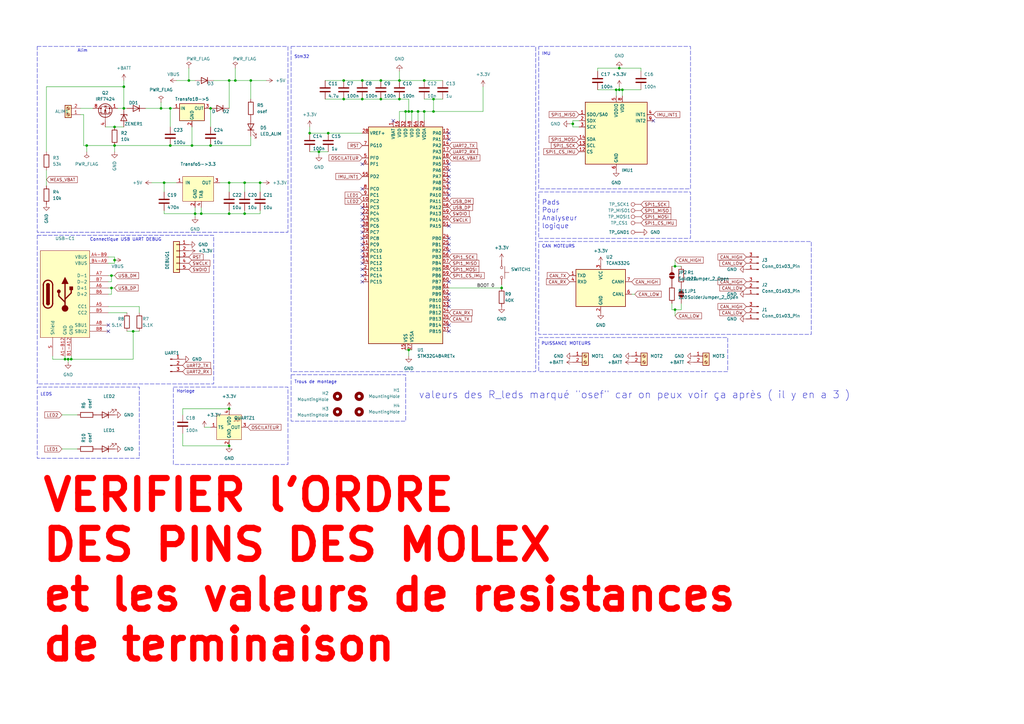
<source format=kicad_sch>
(kicad_sch (version 20231120) (generator "eeschema") (generator_version "8.0")
  (paper "A3")
  (junction (at 254 36.83))
  (junction (at 171.45 45.72))
  (junction (at 46.99 59.69))
  (junction (at 234.95 50.8))
  (junction (at 167.64 143.51))
  (junction (at 46.99 106.68))
  (junction (at 86.36 44.45))
  (junction (at 163.83 40.64))
  (junction (at 29.21 147.32))
  (junction (at 156.21 33.02))
  (junction (at 86.36 59.69))
  (junction (at 166.37 45.72))
  (junction (at 78.74 59.69))
  (junction (at 69.85 44.45))
  (junction (at 254 27.94))
  (junction (at 54.61 135.89))
  (junction (at 177.8 40.64))
  (junction (at 127 54.61))
  (junction (at 45.72 113.03))
  (junction (at 148.59 33.02))
  (junction (at 93.98 87.63))
  (junction (at 173.99 45.72))
  (junction (at 93.98 167.64))
  (junction (at 167.64 45.72))
  (junction (at 100.33 87.63))
  (junction (at 80.01 87.63))
  (junction (at 50.8 44.45))
  (junction (at 276.86 109.22))
  (junction (at 134.62 54.61))
  (junction (at 100.33 74.93))
  (junction (at 26.67 147.32))
  (junction (at 93.98 74.93))
  (junction (at 82.55 87.63))
  (junction (at 205.74 118.11))
  (junction (at 50.8 35.56))
  (junction (at 93.98 182.88))
  (junction (at 69.85 59.69))
  (junction (at 173.99 33.02))
  (junction (at 130.81 62.23))
  (junction (at 93.98 33.02))
  (junction (at 156.21 40.64))
  (junction (at 77.47 33.02))
  (junction (at 276.86 127))
  (junction (at 168.91 45.72))
  (junction (at 96.52 33.02))
  (junction (at 45.72 118.11))
  (junction (at 102.87 33.02))
  (junction (at 163.83 33.02))
  (junction (at 255.27 36.83))
  (junction (at 67.31 74.93))
  (junction (at 148.59 40.64))
  (junction (at 27.94 147.32))
  (junction (at 140.97 40.64))
  (junction (at 66.04 44.45))
  (junction (at 140.97 33.02))
  (junction (at 177.8 45.72))
  (junction (at 35.56 59.69))
  (junction (at 252.73 36.83))
  (junction (at 46.99 52.07))
  (junction (at 106.68 74.93))
  (no_connect (at 184.15 72.39))
  (no_connect (at 161.29 49.53))
  (no_connect (at 44.45 135.89))
  (no_connect (at 148.59 85.09))
  (no_connect (at 148.59 90.17))
  (no_connect (at 184.15 115.57))
  (no_connect (at 148.59 67.31))
  (no_connect (at 184.15 54.61))
  (no_connect (at 148.59 115.57))
  (no_connect (at 184.15 125.73))
  (no_connect (at 148.59 113.03))
  (no_connect (at 44.45 133.35))
  (no_connect (at 184.15 77.47))
  (no_connect (at 184.15 135.89))
  (no_connect (at 148.59 100.33))
  (no_connect (at 184.15 100.33))
  (no_connect (at 148.59 92.71))
  (no_connect (at 148.59 102.87))
  (no_connect (at 184.15 69.85))
  (no_connect (at 184.15 120.65))
  (no_connect (at 148.59 77.47))
  (no_connect (at 184.15 97.79))
  (no_connect (at 184.15 92.71))
  (no_connect (at 148.59 107.95))
  (no_connect (at 148.59 105.41))
  (no_connect (at 184.15 67.31))
  (no_connect (at 148.59 110.49))
  (no_connect (at 148.59 95.25))
  (no_connect (at 148.59 87.63))
  (no_connect (at 184.15 80.01))
  (no_connect (at 267.97 49.53))
  (no_connect (at 184.15 57.15))
  (no_connect (at 184.15 123.19))
  (no_connect (at 184.15 102.87))
  (no_connect (at 148.59 97.79))
  (no_connect (at 184.15 74.93))
  (no_connect (at 184.15 133.35))
  (wire (pts (xy 163.83 33.02) (xy 173.99 33.02)))
  (wire (pts (xy 45.72 113.03) (xy 46.99 113.03)))
  (wire (pts (xy 148.59 33.02) (xy 156.21 33.02)))
  (wire (pts (xy 82.55 87.63) (xy 93.98 87.63)))
  (wire (pts (xy 44.45 120.65) (xy 45.72 120.65)))
  (wire (pts (xy 46.99 52.07) (xy 50.8 52.07)))
  (wire (pts (xy 25.4 184.15) (xy 31.75 184.15)))
  (wire (pts (xy 133.35 40.64) (xy 140.97 40.64)))
  (wire (pts (xy 234.95 49.53) (xy 234.95 50.8)))
  (wire (pts (xy 93.98 33.02) (xy 93.98 44.45)))
  (wire (pts (xy 74.93 182.88) (xy 93.98 182.88)))
  (wire (pts (xy 140.97 33.02) (xy 148.59 33.02)))
  (wire (pts (xy 96.52 27.94) (xy 96.52 33.02)))
  (wire (pts (xy 163.83 45.72) (xy 163.83 49.53)))
  (wire (pts (xy 19.05 35.56) (xy 50.8 35.56)))
  (wire (pts (xy 86.36 44.45) (xy 86.36 52.07)))
  (wire (pts (xy 34.29 59.69) (xy 35.56 59.69)))
  (wire (pts (xy 177.8 40.64) (xy 181.61 40.64)))
  (wire (pts (xy 177.8 40.64) (xy 173.99 40.64)))
  (wire (pts (xy 74.93 177.8) (xy 74.93 182.88)))
  (wire (pts (xy 102.87 33.02) (xy 109.22 33.02)))
  (wire (pts (xy 93.98 86.36) (xy 93.98 87.63)))
  (wire (pts (xy 127 54.61) (xy 134.62 54.61)))
  (wire (pts (xy 57.15 125.73) (xy 44.45 125.73)))
  (wire (pts (xy 77.47 33.02) (xy 80.01 33.02)))
  (wire (pts (xy 163.83 40.64) (xy 167.64 40.64)))
  (wire (pts (xy 46.99 107.95) (xy 44.45 107.95)))
  (wire (pts (xy 163.83 29.21) (xy 163.83 33.02)))
  (wire (pts (xy 102.87 33.02) (xy 102.87 40.64)))
  (wire (pts (xy 276.86 129.54) (xy 276.86 127)))
  (wire (pts (xy 86.36 59.69) (xy 102.87 59.69)))
  (wire (pts (xy 245.11 36.83) (xy 252.73 36.83)))
  (wire (pts (xy 93.98 87.63) (xy 100.33 87.63)))
  (wire (pts (xy 69.85 44.45) (xy 69.85 52.07)))
  (wire (pts (xy 21.59 146.05) (xy 21.59 147.32)))
  (wire (pts (xy 52.07 135.89) (xy 54.61 135.89)))
  (wire (pts (xy 173.99 45.72) (xy 173.99 49.53)))
  (wire (pts (xy 106.68 87.63) (xy 100.33 87.63)))
  (wire (pts (xy 33.02 44.45) (xy 38.1 44.45)))
  (wire (pts (xy 93.98 33.02) (xy 96.52 33.02)))
  (wire (pts (xy 276.86 127) (xy 279.4 127)))
  (wire (pts (xy 167.64 40.64) (xy 167.64 45.72)))
  (wire (pts (xy 234.95 50.8) (xy 233.68 50.8)))
  (wire (pts (xy 25.4 170.18) (xy 31.75 170.18)))
  (wire (pts (xy 171.45 45.72) (xy 171.45 49.53)))
  (wire (pts (xy 46.99 62.23) (xy 46.99 59.69)))
  (wire (pts (xy 254 36.83) (xy 255.27 36.83)))
  (wire (pts (xy 259.08 120.65) (xy 260.35 120.65)))
  (wire (pts (xy 167.64 45.72) (xy 168.91 45.72)))
  (wire (pts (xy 275.59 109.22) (xy 276.86 109.22)))
  (wire (pts (xy 27.94 147.32) (xy 29.21 147.32)))
  (wire (pts (xy 67.31 74.93) (xy 72.39 74.93)))
  (wire (pts (xy 54.61 135.89) (xy 57.15 135.89)))
  (wire (pts (xy 127 52.07) (xy 127 54.61)))
  (wire (pts (xy 57.15 128.27) (xy 57.15 125.73)))
  (wire (pts (xy 245.11 27.94) (xy 254 27.94)))
  (wire (pts (xy 45.72 118.11) (xy 44.45 118.11)))
  (wire (pts (xy 27.94 148.59) (xy 27.94 147.32)))
  (wire (pts (xy 62.23 74.93) (xy 67.31 74.93)))
  (wire (pts (xy 35.56 59.69) (xy 35.56 62.23)))
  (wire (pts (xy 234.95 52.07) (xy 234.95 50.8)))
  (wire (pts (xy 205.74 118.11) (xy 184.15 118.11)))
  (wire (pts (xy 254 35.56) (xy 254 36.83)))
  (wire (pts (xy 54.61 147.32) (xy 29.21 147.32)))
  (wire (pts (xy 34.29 46.99) (xy 33.02 46.99)))
  (wire (pts (xy 45.72 115.57) (xy 45.72 113.03)))
  (wire (pts (xy 77.47 27.94) (xy 77.47 33.02)))
  (wire (pts (xy 106.68 86.36) (xy 106.68 87.63)))
  (wire (pts (xy 50.8 44.45) (xy 52.07 44.45)))
  (wire (pts (xy 46.99 105.41) (xy 46.99 106.68)))
  (wire (pts (xy 252.73 39.37) (xy 252.73 36.83)))
  (wire (pts (xy 66.04 44.45) (xy 69.85 44.45)))
  (wire (pts (xy 46.99 59.69) (xy 69.85 59.69)))
  (wire (pts (xy 29.21 147.32) (xy 29.21 146.05)))
  (wire (pts (xy 82.55 85.09) (xy 82.55 87.63)))
  (wire (pts (xy 19.05 76.2) (xy 19.05 69.85)))
  (wire (pts (xy 78.74 52.07) (xy 78.74 59.69)))
  (wire (pts (xy 100.33 86.36) (xy 100.33 87.63)))
  (wire (pts (xy 167.64 146.05) (xy 167.64 143.51)))
  (wire (pts (xy 252.73 36.83) (xy 254 36.83)))
  (wire (pts (xy 205.74 116.84) (xy 205.74 118.11)))
  (wire (pts (xy 67.31 74.93) (xy 67.31 78.74)))
  (wire (pts (xy 50.8 35.56) (xy 50.8 44.45)))
  (wire (pts (xy 19.05 62.23) (xy 19.05 35.56)))
  (wire (pts (xy 148.59 40.64) (xy 156.21 40.64)))
  (wire (pts (xy 44.45 113.03) (xy 45.72 113.03)))
  (wire (pts (xy 262.89 27.94) (xy 262.89 29.21)))
  (wire (pts (xy 255.27 39.37) (xy 255.27 36.83)))
  (wire (pts (xy 275.59 127) (xy 276.86 127)))
  (wire (pts (xy 245.11 27.94) (xy 245.11 29.21)))
  (wire (pts (xy 80.01 85.09) (xy 80.01 87.63)))
  (wire (pts (xy 26.67 147.32) (xy 27.94 147.32)))
  (wire (pts (xy 43.18 52.07) (xy 46.99 52.07)))
  (wire (pts (xy 177.8 45.72) (xy 198.12 45.72)))
  (wire (pts (xy 106.68 74.93) (xy 106.68 78.74)))
  (wire (pts (xy 45.72 118.11) (xy 46.99 118.11)))
  (wire (pts (xy 74.93 170.18) (xy 74.93 167.64)))
  (wire (pts (xy 130.81 62.23) (xy 134.62 62.23)))
  (wire (pts (xy 102.87 55.88) (xy 102.87 59.69)))
  (wire (pts (xy 168.91 45.72) (xy 168.91 49.53)))
  (wire (pts (xy 83.82 175.26) (xy 86.36 175.26)))
  (wire (pts (xy 80.01 87.63) (xy 80.01 88.9)))
  (wire (pts (xy 163.83 45.72) (xy 166.37 45.72)))
  (wire (pts (xy 26.67 146.05) (xy 26.67 147.32)))
  (wire (pts (xy 177.8 40.64) (xy 177.8 45.72)))
  (wire (pts (xy 173.99 33.02) (xy 181.61 33.02)))
  (wire (pts (xy 50.8 33.02) (xy 50.8 35.56)))
  (wire (pts (xy 234.95 52.07) (xy 237.49 52.07)))
  (wire (pts (xy 276.86 106.68) (xy 276.86 109.22)))
  (wire (pts (xy 44.45 105.41) (xy 46.99 105.41)))
  (wire (pts (xy 279.4 127) (xy 279.4 124.46)))
  (wire (pts (xy 48.26 44.45) (xy 50.8 44.45)))
  (wire (pts (xy 34.29 46.99) (xy 34.29 59.69)))
  (wire (pts (xy 107.95 74.93) (xy 106.68 74.93)))
  (wire (pts (xy 127 62.23) (xy 130.81 62.23)))
  (wire (pts (xy 78.74 59.69) (xy 86.36 59.69)))
  (wire (pts (xy 80.01 87.63) (xy 82.55 87.63)))
  (wire (pts (xy 254 27.94) (xy 262.89 27.94)))
  (wire (pts (xy 90.17 74.93) (xy 93.98 74.93)))
  (wire (pts (xy 35.56 59.69) (xy 46.99 59.69)))
  (wire (pts (xy 234.95 49.53) (xy 237.49 49.53)))
  (wire (pts (xy 276.86 109.22) (xy 279.4 109.22)))
  (wire (pts (xy 156.21 33.02) (xy 163.83 33.02)))
  (wire (pts (xy 100.33 74.93) (xy 106.68 74.93)))
  (wire (pts (xy 93.98 74.93) (xy 100.33 74.93)))
  (wire (pts (xy 21.59 147.32) (xy 26.67 147.32)))
  (wire (pts (xy 166.37 45.72) (xy 166.37 49.53)))
  (wire (pts (xy 54.61 135.89) (xy 54.61 147.32)))
  (wire (pts (xy 262.89 36.83) (xy 255.27 36.83)))
  (wire (pts (xy 74.93 167.64) (xy 93.98 167.64)))
  (wire (pts (xy 177.8 45.72) (xy 173.99 45.72)))
  (wire (pts (xy 140.97 40.64) (xy 148.59 40.64)))
  (wire (pts (xy 87.63 33.02) (xy 93.98 33.02)))
  (wire (pts (xy 130.81 63.5) (xy 130.81 62.23)))
  (wire (pts (xy 59.69 44.45) (xy 66.04 44.45)))
  (wire (pts (xy 67.31 87.63) (xy 80.01 87.63)))
  (wire (pts (xy 171.45 45.72) (xy 173.99 45.72)))
  (wire (pts (xy 44.45 128.27) (xy 52.07 128.27)))
  (wire (pts (xy 96.52 33.02) (xy 102.87 33.02)))
  (wire (pts (xy 66.04 41.91) (xy 66.04 44.45)))
  (wire (pts (xy 72.39 33.02) (xy 77.47 33.02)))
  (wire (pts (xy 167.64 45.72) (xy 166.37 45.72)))
  (wire (pts (xy 46.99 106.68) (xy 46.99 107.95)))
  (wire (pts (xy 44.45 115.57) (xy 45.72 115.57)))
  (wire (pts (xy 45.72 120.65) (xy 45.72 118.11)))
  (wire (pts (xy 69.85 59.69) (xy 78.74 59.69)))
  (wire (pts (xy 71.12 44.45) (xy 69.85 44.45)))
  (wire (pts (xy 148.59 54.61) (xy 134.62 54.61)))
  (wire (pts (xy 167.64 143.51) (xy 166.37 143.51)))
  (wire (pts (xy 67.31 87.63) (xy 67.31 86.36)))
  (wire (pts (xy 156.21 40.64) (xy 163.83 40.64)))
  (wire (pts (xy 168.91 45.72) (xy 171.45 45.72)))
  (wire (pts (xy 100.33 74.93) (xy 100.33 78.74)))
  (wire (pts (xy 167.64 143.51) (xy 168.91 143.51)))
  (wire (pts (xy 133.35 33.02) (xy 140.97 33.02)))
  (wire (pts (xy 198.12 45.72) (xy 198.12 35.56)))
  (wire (pts (xy 93.98 74.93) (xy 93.98 78.74)))
  (wire (pts (xy 275.59 127) (xy 275.59 124.46)))
  (rectangle (start 119.38 19.05) (end 219.71 152.4) (stroke (width 0) (type dash)))
  (rectangle (start 220.98 138.43) (end 298.45 152.4) (stroke (width 0) (type dash)))
  (rectangle (start 220.98 19.05) (end 283.21 77.47) (stroke (width 0) (type dash)))
  (rectangle (start 119.38 153.67) (end 166.37 172.72) (stroke (width 0) (type dash)))
  (rectangle (start 15.24 158.75) (end 57.15 187.96) (stroke (width 0) (type dash)))
  (rectangle (start 220.98 99.06) (end 332.74 137.16) (stroke (width 0) (type dash)))
  (rectangle (start 220.98 78.74) (end 283.21 97.79) (stroke (width 0) (type dash)))
  (rectangle (start 15.24 96.52) (end 87.63 157.48) (stroke (width 0) (type dash)))
  (rectangle (start 71.12 158.75) (end 118.11 190.5) (stroke (width 0) (type dash)))
  (rectangle (start 15.24 19.05) (end 118.11 95.25) (stroke (width 0) (type dash)))
  (text "valeurs des R_leds marqué \"osef\" car on peux voir ça après ( il y en a 3 )" (at 171.704 163.83 0) (effects (font (size 3 3)) (justify left bottom)))
  (text "IMU" (at 222.25 22.86 0) (effects (font (size 1.27 1.27)) (justify left bottom)))
  (text "LEDS" (at 16.51 162.56 0) (effects (font (size 1.27 1.27)) (justify left bottom)))
  (text "Trous de montage" (at 120.65 157.48 0) (effects (font (size 1.27 1.27)) (justify left bottom)))
  (text "CAN MOTEURS" (at 222.25 101.854 0) (effects (font (size 1.27 1.27)) (justify left bottom)))
  (text "Horloge" (at 72.39 161.29 0) (effects (font (size 1.27 1.27)) (justify left bottom)))
  (text "VERIFIER l'ORDRE \nDES PINS DES MOLEX\net les valeurs de resistances \nde terminaison" (at 16.51 272.034 0) (effects (font (size 12.7 12.7) (thickness 2.54) (bold yes)) (justify left bottom)))
  (text "Pads \nPour \nAnalyseur \nlogique" (at 222.25 93.98 0) (effects (font (size 2 2)) (justify left bottom)))
  (text "PUISSANCE MOTEURS" (at 221.996 141.732 0) (effects (font (size 1.27 1.27)) (justify left bottom)))
  (text "Stm32" (at 120.65 24.13 0) (effects (font (size 1.27 1.27)) (justify left bottom)))
  (text "Alim" (at 31.75 21.59 0) (effects (font (size 1.27 1.27)) (justify left bottom)))
  (text "Connectique USB UART DEBUG" (at 36.83 99.06 0) (effects (font (size 1.27 1.27)) (justify left bottom)))
  (label "BOOT 0" (at 195.58 118.11 0))
  (global_label "CAN_HIGH" (shape input) (at 306.07 105.41 180) (property "Intersheetrefs" "${INTERSHEET_REFS}" (effects (hide yes))))
  (global_label "CAN_LOW" (shape input) (at 306.07 118.11 180) (property "Intersheetrefs" "${INTERSHEET_REFS}" (effects (hide yes))))
  (global_label "OSCILATEUR" (shape input) (at 148.59 64.77 180) (property "Intersheetrefs" "${INTERSHEET_REFS}" (effects (hide yes))))
  (global_label "CAN_HIGH" (shape input) (at 276.86 106.68 0) (property "Intersheetrefs" "${INTERSHEET_REFS}" (effects (hide yes))))
  (global_label "SPI1_CS_IMU" (shape input) (at 184.15 113.03 0) (property "Intersheetrefs" "${INTERSHEET_REFS}" (effects (hide yes))))
  (global_label "SWDIO" (shape input) (at 77.47 110.49 0) (property "Intersheetrefs" "${INTERSHEET_REFS}" (effects (hide yes))))
  (global_label "USB_DP" (shape input) (at 46.99 118.11 0) (property "Intersheetrefs" "${INTERSHEET_REFS}" (effects (hide yes))))
  (global_label "USB_DM" (shape input) (at 46.99 113.03 0) (property "Intersheetrefs" "${INTERSHEET_REFS}" (effects (hide yes))))
  (global_label "OSCILATEUR" (shape input) (at 101.6 175.26 0) (property "Intersheetrefs" "${INTERSHEET_REFS}" (effects (hide yes))))
  (global_label "CAN_HIGH" (shape input) (at 306.07 125.73 180) (property "Intersheetrefs" "${INTERSHEET_REFS}" (effects (hide yes))))
  (global_label "SPI1_MISO" (shape input) (at 237.49 46.99 180) (property "Intersheetrefs" "${INTERSHEET_REFS}" (effects (hide yes))))
  (global_label "MEAS_VBAT" (shape input) (at 184.15 64.77 0) (property "Intersheetrefs" "${INTERSHEET_REFS}" (effects (hide yes))))
  (global_label "LED2" (shape input) (at 25.4 170.18 180) (property "Intersheetrefs" "${INTERSHEET_REFS}" (effects (hide yes))))
  (global_label "UART2_RX" (shape input) (at 74.93 152.4 0) (property "Intersheetrefs" "${INTERSHEET_REFS}" (effects (hide yes))))
  (global_label "CAN_LOW" (shape input) (at 276.86 129.54 0) (property "Intersheetrefs" "${INTERSHEET_REFS}" (effects (hide yes))))
  (global_label "SPI1_SCK" (shape input) (at 262.89 83.82 0) (property "Intersheetrefs" "${INTERSHEET_REFS}" (effects (hide yes))))
  (global_label "IMU_INT1" (shape input) (at 267.97 46.99 0) (property "Intersheetrefs" "${INTERSHEET_REFS}" (effects (hide yes))))
  (global_label "CAN_HIGH" (shape input) (at 306.07 115.57 180) (property "Intersheetrefs" "${INTERSHEET_REFS}" (effects (hide yes))))
  (global_label "CAN_LOW" (shape input) (at 306.07 128.27 180) (property "Intersheetrefs" "${INTERSHEET_REFS}" (effects (hide yes))))
  (global_label "UART2_RX" (shape input) (at 184.15 62.23 0) (property "Intersheetrefs" "${INTERSHEET_REFS}" (effects (hide yes))))
  (global_label "SPI1_SCK" (shape input) (at 184.15 105.41 0) (property "Intersheetrefs" "${INTERSHEET_REFS}" (effects (hide yes))))
  (global_label "LED1" (shape input) (at 148.59 80.01 180) (property "Intersheetrefs" "${INTERSHEET_REFS}" (effects (hide yes))))
  (global_label "SPI1_SCK" (shape input) (at 237.49 59.69 180) (property "Intersheetrefs" "${INTERSHEET_REFS}" (effects (hide yes))))
  (global_label "SWDIO" (shape input) (at 184.15 87.63 0) (property "Intersheetrefs" "${INTERSHEET_REFS}" (effects (hide yes))))
  (global_label "USB_DP" (shape input) (at 184.15 85.09 0) (property "Intersheetrefs" "${INTERSHEET_REFS}" (effects (hide yes))))
  (global_label "USB_DM" (shape input) (at 184.15 82.55 0) (property "Intersheetrefs" "${INTERSHEET_REFS}" (effects (hide yes))))
  (global_label "SPI1_MOSI" (shape input) (at 262.89 88.9 0) (property "Intersheetrefs" "${INTERSHEET_REFS}" (effects (hide yes))))
  (global_label "CAN_HIGH" (shape input) (at 259.08 115.57 0) (property "Intersheetrefs" "${INTERSHEET_REFS}" (effects (hide yes))))
  (global_label "UART2_TX" (shape input) (at 74.93 149.86 0) (property "Intersheetrefs" "${INTERSHEET_REFS}" (effects (hide yes))))
  (global_label "CAN_TX" (shape input) (at 184.15 130.81 0) (property "Intersheetrefs" "${INTERSHEET_REFS}" (effects (hide yes))))
  (global_label "UART2_TX" (shape input) (at 184.15 59.69 0) (property "Intersheetrefs" "${INTERSHEET_REFS}" (effects (hide yes))))
  (global_label "SPI1_MOSI" (shape input) (at 237.49 57.15 180) (property "Intersheetrefs" "${INTERSHEET_REFS}" (effects (hide yes))))
  (global_label "SWCLK" (shape input) (at 77.47 107.95 0) (property "Intersheetrefs" "${INTERSHEET_REFS}" (effects (hide yes))))
  (global_label "CAN_LOW" (shape input) (at 260.35 120.65 0) (property "Intersheetrefs" "${INTERSHEET_REFS}" (effects (hide yes))))
  (global_label "SPI1_MOSI" (shape input) (at 184.15 110.49 0) (property "Intersheetrefs" "${INTERSHEET_REFS}" (effects (hide yes))))
  (global_label "CAN_LOW" (shape input) (at 306.07 107.95 180) (property "Intersheetrefs" "${INTERSHEET_REFS}" (effects (hide yes))))
  (global_label "SPI1_CS_IMU" (shape input) (at 237.49 62.23 180) (property "Intersheetrefs" "${INTERSHEET_REFS}" (effects (hide yes))))
  (global_label "RST" (shape input) (at 77.47 105.41 0) (property "Intersheetrefs" "${INTERSHEET_REFS}" (effects (hide yes))))
  (global_label "MEAS_VBAT" (shape input) (at 19.05 73.66 0) (property "Intersheetrefs" "${INTERSHEET_REFS}" (effects (hide yes))))
  (global_label "SPI1_CS_IMU" (shape input) (at 262.89 91.44 0) (property "Intersheetrefs" "${INTERSHEET_REFS}" (effects (hide yes))))
  (global_label "CAN_TX" (shape input) (at 233.68 113.03 180) (property "Intersheetrefs" "${INTERSHEET_REFS}" (effects (hide yes))))
  (global_label "CAN_RX" (shape input) (at 184.15 128.27 0) (property "Intersheetrefs" "${INTERSHEET_REFS}" (effects (hide yes))))
  (global_label "CAN_RX" (shape input) (at 233.68 115.57 180) (property "Intersheetrefs" "${INTERSHEET_REFS}" (effects (hide yes))))
  (global_label "LED2" (shape input) (at 148.59 82.55 180) (property "Intersheetrefs" "${INTERSHEET_REFS}" (effects (hide yes))))
  (global_label "SPI1_MISO" (shape input) (at 184.15 107.95 0) (property "Intersheetrefs" "${INTERSHEET_REFS}" (effects (hide yes))))
  (global_label "SPI1_MISO" (shape input) (at 262.89 86.36 0) (property "Intersheetrefs" "${INTERSHEET_REFS}" (effects (hide yes))))
  (global_label "LED1" (shape input) (at 25.4 184.15 180) (property "Intersheetrefs" "${INTERSHEET_REFS}" (effects (hide yes))))
  (global_label "RST" (shape input) (at 148.59 59.69 180) (property "Intersheetrefs" "${INTERSHEET_REFS}" (effects (hide yes))))
  (global_label "IMU_INT1" (shape input) (at 148.59 72.39 180) (property "Intersheetrefs" "${INTERSHEET_REFS}" (effects (hide yes))))
  (global_label "SWCLK" (shape input) (at 184.15 90.17 0) (property "Intersheetrefs" "${INTERSHEET_REFS}" (effects (hide yes))))
  (symbol (lib_id "power:GND") (at 205.74 125.73 0) (unit 1)
    (property "Reference" "#PWR027" (effects (hide yes)))
    (property "Value" "GND" (at 205.74 130.81 0))
  )
  (symbol (lib_id "power:+3.3V") (at 198.12 35.56 0) (unit 1)
    (property "Reference" "#PWR048" (effects (hide yes)))
    (property "Value" "+3.3V" (at 198.12 30.48 0))
  )
  (symbol (lib_id "power:+3.3V") (at 83.82 175.26 0) (unit 1)
    (property "Reference" "#PWR045" (effects (hide yes)))
    (property "Value" "+3.3V" (at 87.63 170.18 0))
  )
  (symbol (lib_id "Device:R") (at 275.59 120.65 180) (unit 1)
    (property "Reference" "R11" (at 278.13 119.3799 0) (effects (justify right)))
    (property "Value" "120" (at 278.13 121.9199 0) (effects (justify right)))
    (property "Footprint" "Resistor_SMD:R_0805_2012Metric" (effects (hide yes)))
  )
  (symbol (lib_id "MCU_ST_STM32G4:STM32G484RETx") (at 166.37 97.79 0) (unit 1)
    (property "Reference" "U1" (at 171.1041 143.51 0) (effects (justify left)))
    (property "Value" "STM32G484RETx" (at 171.1041 146.05 0) (effects (justify left)))
    (property "Footprint" "Package_QFP:LQFP-64_10x10mm_P0.5mm" (effects (hide yes)))
    (property "Datasheet" "https://www.st.com/resource/en/datasheet/stm32g484re.pdf" (effects (hide yes)))
  )
  (symbol (lib_id "Device:C") (at 156.21 36.83 0) (unit 1)
    (property "Reference" "C9" (at 157.48 34.29 0) (effects (justify left)))
    (property "Value" "100n" (at 157.48 39.37 0) (effects (justify left)))
    (property "Footprint" "Capacitor_SMD:C_0603_1608Metric" (effects (hide yes)))
  )
  (symbol (lib_id "power:+5V") (at 109.22 33.02 270) (unit 1)
    (property "Reference" "#PWR019" (effects (hide yes)))
    (property "Value" "+5V" (at 113.03 33.02 90) (effects (justify left)))
  )
  (symbol (lib_id "Connector:Conn_01x03_Pin") (at 311.15 107.95 180) (unit 1)
    (property "Reference" "J3" (at 312.42 106.6799 0) (effects (justify right)))
    (property "Value" "Conn_01x03_Pin" (at 312.42 109.2199 0) (effects (justify right)))
    (property "Footprint" "Connector_Molex:Molex_PicoBlade_53398-0371_1x03-1MP_P1.25mm_Vertical" (effects (hide yes)))
    (property "Description" "Generic connector, single row, 01x03, script generated" (effects (hide yes)))
  )
  (symbol (lib_id "Jumper:SolderJumper_2_Open") (at 275.59 113.03 90) (unit 1) (exclude_from_sim yes) (in_bom no)
    (property "Reference" "JP2" (at 278.13 111.7599 90) (effects (justify right)))
    (property "Value" "SolderJumper_2_Open" (at 278.13 114.2999 90) (effects (justify right)))
    (property "Footprint" "Jumper:SolderJumper-2_P1.3mm_Open_RoundedPad1.0x1.5mm" (effects (hide yes)))
    (property "Description" "Solder Jumper, 2-pole, open" (effects (hide yes)))
  )
  (symbol (lib_id "Device:C") (at 163.83 36.83 0) (unit 1)
    (property "Reference" "C10" (at 165.1 34.29 0) (effects (justify left)))
    (property "Value" "100n" (at 165.1 39.37 0) (effects (justify left)))
    (property "Footprint" "Capacitor_SMD:C_0603_1608Metric" (effects (hide yes)))
  )
  (symbol (lib_id "power:GND") (at 130.81 63.5 0) (unit 1)
    (property "Reference" "#PWR035" (effects (hide yes)))
    (property "Value" "GND" (at 130.81 68.58 0))
  )
  (symbol (lib_id "power:PWR_FLAG") (at 77.47 27.94 0) (unit 1)
    (property "Reference" "#FLG03" (effects (hide yes)))
    (property "Value" "PWR_FLAG" (at 81.28 24.13 0))
  )
  (symbol (lib_id "Device:D") (at 83.82 33.02 180) (unit 1)
    (property "Reference" "D3" (at 86.36 34.29 0))
    (property "Value" "D" (at 81.28 34.29 0))
    (property "Footprint" "Diode_SMD:Nexperia_CFP3_SOD-123W" (effects (hide yes)))
    (property "Sim.Device" "D" (effects (hide yes)))
    (property "Sim.Pins" "1=K 2=A" (effects (hide yes)))
  )
  (symbol (lib_id "Device:C") (at 173.99 36.83 0) (unit 1)
    (property "Reference" "C12" (at 175.26 34.29 0) (effects (justify left)))
    (property "Value" "10n" (at 175.26 39.37 0) (effects (justify left)))
    (property "Footprint" "Capacitor_SMD:C_0603_1608Metric" (effects (hide yes)))
  )
  (symbol (lib_id "power:+3.3V") (at 127 52.07 0) (unit 1)
    (property "Reference" "#PWR032" (effects (hide yes)))
    (property "Value" "+3.3V" (at 127 46.99 0))
  )
  (symbol (lib_id "power:+5V") (at 62.23 74.93 90) (unit 1)
    (property "Reference" "#PWR049" (effects (hide yes)))
    (property "Value" "+5V" (at 58.42 74.93 90) (effects (justify left)))
  )
  (symbol (lib_id "power:PWR_FLAG") (at 66.04 41.91 0) (unit 1)
    (property "Reference" "#FLG01" (effects (hide yes)))
    (property "Value" "PWR_FLAG" (at 66.04 36.83 0))
  )
  (symbol (lib_id "power:+3.3V") (at 254 35.56 0) (unit 1)
    (property "Reference" "#PWR042" (effects (hide yes)))
    (property "Value" "+3.3V" (at 254 30.48 0))
  )
  (symbol (lib_id "power:+BATT") (at 234.95 148.59 90) (unit 1)
    (property "Reference" "#PWR07" (effects (hide yes)))
    (property "Value" "+BATT" (at 231.14 148.5899 90) (effects (justify left)))
  )
  (symbol (lib_id "Connector:TestPoint") (at 262.89 95.25 90) (unit 1)
    (property "Reference" "TP_GND1" (at 254 95.25 90))
    (property "Value" "TestPoint" (effects (hide yes)))
    (property "Footprint" "TestPoint:TestPoint_Pad_D1.5mm" (effects (hide yes)))
  )
  (symbol (lib_id "Interface_CAN_LIN:TCAN332G") (at 246.38 118.11 0) (unit 1)
    (property "Reference" "U2" (at 248.5741 105.41 0) (effects (justify left)))
    (property "Value" "TCAN332G" (at 248.5741 107.95 0) (effects (justify left)))
    (property "Footprint" "Package_TO_SOT_SMD:SOT-23-8" (effects (hide yes)))
    (property "Datasheet" "http://www.ti.com/lit/ds/symlink/tcan337.pdf" (effects (hide yes)))
    (property "Description" "High-Speed CAN Transceiver with CAN FD, 5Mbps, 3.3V supply, SOT-23-8/SOIC-8" (effects (hide yes)))
  )
  (symbol (lib_id "Device:LED") (at 102.87 52.07 90) (unit 1)
    (property "Reference" "D5" (at 106.68 52.3875 90) (effects (justify right)))
    (property "Value" "LED_ALIM" (at 106.68 54.9275 90) (effects (justify right)))
    (property "Footprint" "LED_SMD:LED_0603_1608Metric" (effects (hide yes)))
  )
  (symbol (lib_id "Device:R") (at 35.56 170.18 90) (unit 1)
    (property "Reference" "R6" (at 34.29 167.64 0) (effects (justify left)))
    (property "Value" "osef" (at 36.83 167.64 0) (effects (justify left)))
    (property "Footprint" "Resistor_SMD:R_0805_2012Metric" (effects (hide yes)))
  )
  (symbol (lib_id "Connector:TestPoint") (at 262.89 91.44 90) (unit 1)
    (property "Reference" "TP_CS1" (at 254 91.44 90))
    (property "Value" "TestPoint" (effects (hide yes)))
    (property "Footprint" "TestPoint:TestPoint_Pad_D1.5mm" (effects (hide yes)))
  )
  (symbol (lib_id "Device:C") (at 140.97 36.83 0) (unit 1)
    (property "Reference" "C7" (at 142.24 34.29 0) (effects (justify left)))
    (property "Value" "100n" (at 142.24 39.37 0) (effects (justify left)))
    (property "Footprint" "Capacitor_SMD:C_0603_1608Metric" (effects (hide yes)))
  )
  (symbol (lib_id "Connector:Conn_01x03_Pin") (at 69.85 149.86 0) (unit 1)
    (property "Reference" "UART1" (at 70.485 144.78 0))
    (property "Value" "Conn_01x03_Pin" (effects (hide yes)))
    (property "Footprint" "Connector_Molex:Molex_PicoBlade_53398-0371_1x03-1MP_P1.25mm_Vertical" (effects (hide yes)))
  )
  (symbol (lib_id "Device:C") (at 133.35 36.83 0) (unit 1)
    (property "Reference" "C11" (at 134.62 34.29 0) (effects (justify left)))
    (property "Value" "4.7u" (at 134.62 39.37 0) (effects (justify left)))
    (property "Footprint" "Capacitor_SMD:C_0603_1608Metric" (effects (hide yes)))
  )
  (symbol (lib_id "Connector:TestPoint") (at 262.89 86.36 90) (unit 1)
    (property "Reference" "TP_MISO1" (at 254 86.36 90))
    (property "Value" "TestPoint" (effects (hide yes)))
    (property "Footprint" "TestPoint:TestPoint_Pad_D1.5mm" (effects (hide yes)))
  )
  (symbol (lib_id "power:GND") (at 252.73 69.85 0) (unit 1)
    (property "Reference" "#PWR039" (effects (hide yes)))
    (property "Value" "GND" (at 252.73 74.93 0))
  )
  (symbol (lib_id "Connector:Screw_Terminal_01x02") (at 240.03 146.05 0) (unit 1)
    (property "Reference" "MOT1" (at 242.57 146.05 0) (effects (justify left)))
    (property "Value" "MOT3" (effects (hide yes)))
    (property "Footprint" "Connector_AMASS:AMASS_XT30UPB-F_1x02_P5.0mm_Vertical" (effects (hide yes)))
  )
  (symbol (lib_id "Device:C") (at 69.85 55.88 0) (unit 1)
    (property "Reference" "C23" (at 71.12 53.34 0) (effects (justify left)))
    (property "Value" "100u" (at 71.12 58.42 0) (effects (justify left)))
    (property "Footprint" "Capacitor_Tantalum_SMD:CP_EIA-7343-31_Kemet-D_Pad2.25x2.55mm_HandSolder" (effects (hide yes)))
    (property "Datasheet" "https://docs.rs-online.com/5541/0900766b815b82a1.pdf" (effects (hide yes)))
    (property "RS" "https://fr.rs-online.com/web/p/condensateurs-tantale/1359884?searchId=5f999e37-8b6c-46c8-85bd-4dcc7cb65396&gb=s" (effects (hide yes)))
    (property "Ref RS" "    766-1104" (effects (hide yes)))
  )
  (symbol (lib_id "power:GND") (at 163.83 29.21 180) (unit 1)
    (property "Reference" "#PWR033" (effects (hide yes)))
    (property "Value" "GND" (at 163.83 24.13 0))
  )
  (symbol (lib_id "Switch:SW_Push") (at 205.74 111.76 270) (unit 1)
    (property "Reference" "SWITCH1" (at 209.55 110.49 90) (effects (justify left)))
    (property "Value" "SW_Push" (effects (hide yes)))
    (property "Footprint" "ENAC_robotique:SWITCH_DTSM31NV" (effects (hide yes)))
    (property "RS" "https://fr.rs-online.com/web/p/interrupteurs-tactiles/3786325" (effects (hide yes)))
    (property "Ref RS" "    378-6325" (effects (hide yes)))
  )
  (symbol (lib_id "power:GND") (at 77.47 100.33 90) (mirror x) (unit 1)
    (property "Reference" "#PWR030" (effects (hide yes)))
    (property "Value" "GND" (at 81.28 100.33 90) (effects (justify right)))
  )
  (symbol (lib_id "power:GND") (at 27.94 148.59 0) (unit 1)
    (property "Reference" "#PWR025" (effects (hide yes)))
    (property "Value" "GND" (at 27.94 153.67 0))
  )
  (symbol (lib_id "power:GND") (at 74.93 147.32 90) (unit 1)
    (property "Reference" "#PWR026" (effects (hide yes)))
    (property "Value" "GND" (at 78.74 147.32 90) (effects (justify right)))
  )
  (symbol (lib_id "Device:D_Zener") (at 50.8 48.26 270) (unit 1)
    (property "Reference" "ZENER1" (at 51.054 50.8 90) (effects (justify left)))
    (property "Value" "D_Zener" (effects (hide yes)))
    (property "Footprint" "Diode_SMD:D_SOD-523" (effects (hide yes)))
  )
  (symbol (lib_id "power:+3.3V") (at 93.98 167.64 0) (unit 1)
    (property "Reference" "#PWR044" (effects (hide yes)))
    (property "Value" "+3.3V" (at 93.98 162.56 0))
  )
  (symbol (lib_id "Device:R") (at 35.56 184.15 90) (unit 1)
    (property "Reference" "R10" (at 34.29 181.61 0) (effects (justify left)))
    (property "Value" "osef" (at 36.83 181.61 0) (effects (justify left)))
    (property "Footprint" "Resistor_SMD:R_0805_2012Metric" (effects (hide yes)))
  )
  (symbol (lib_id "power:GND") (at 262.89 95.25 90) (unit 1)
    (property "Reference" "#PWR052" (effects (hide yes)))
    (property "Value" "GND" (at 266.7 95.25 90) (effects (justify right)))
  )
  (symbol (lib_id "Connector:Screw_Terminal_01x02") (at 27.94 46.99 180) (unit 1)
    (property "Reference" "ALIM1" (at 25.4 45.72 0))
    (property "Value" "ALIM" (effects (hide yes)))
    (property "Footprint" "TerminalBlock:TerminalBlock_bornier-2_P5.08mm" (effects (hide yes)))
  )
  (symbol (lib_id "Device:C") (at 134.62 58.42 0) (unit 1)
    (property "Reference" "C15" (at 135.89 55.88 0) (effects (justify left)))
    (property "Value" "1u" (at 135.89 60.96 0) (effects (justify left)))
    (property "Footprint" "Capacitor_SMD:C_0603_1608Metric" (effects (hide yes)))
  )
  (symbol (lib_id "Connector:Conn_01x03_Pin") (at 311.15 128.27 180) (unit 1)
    (property "Reference" "J1" (at 312.42 126.9999 0) (effects (justify right)))
    (property "Value" "Conn_01x03_Pin" (at 312.42 129.5399 0) (effects (justify right)))
    (property "Footprint" "Connector_Molex:Molex_PicoBlade_53398-0371_1x03-1MP_P1.25mm_Vertical" (effects (hide yes)))
    (property "Description" "Generic connector, single row, 01x03, script generated" (effects (hide yes)))
  )
  (symbol (lib_id "power:+BATT") (at 259.08 148.59 90) (unit 1)
    (property "Reference" "#PWR08" (effects (hide yes)))
    (property "Value" "+BATT" (at 255.27 148.5899 90) (effects (justify left)))
  )
  (symbol (lib_id "Device:R") (at 19.05 66.04 0) (unit 1)
    (property "Reference" "R3" (at 21.59 64.77 0) (effects (justify left)))
    (property "Value" "53k" (at 21.59 67.31 0) (effects (justify left)))
    (property "Footprint" "Resistor_SMD:R_0805_2012Metric" (effects (hide yes)))
  )
  (symbol (lib_id "Device:C") (at 86.36 55.88 0) (unit 1)
    (property "Reference" "C24" (at 87.63 53.34 0) (effects (justify left)))
    (property "Value" "10u" (at 87.63 58.42 0) (effects (justify left)))
    (property "Footprint" "Capacitor_SMD:C_0603_1608Metric" (effects (hide yes)))
    (property "Datasheet" "https://docs.rs-online.com/601e/0900766b81110dfe.pdf" (effects (hide yes)))
    (property "RS" "https://fr.rs-online.com/web/p/condensateurs-ceramique-multicouches/7661104" (effects (hide yes)))
    (property "Ref RS" "    766-1104" (effects (hide yes)))
  )
  (symbol (lib_id "ENAC_robotique:LM3940IMP-3.3") (at 80.01 74.93 0) (unit 1)
    (property "Reference" "Transfo5->3.3" (at 81.28 67.31 0))
    (property "Value" "LM3940IMP-3.3" (effects (hide yes)))
    (property "Footprint" "ENAC_robotique:LM3940IMP" (effects (hide yes)))
  )
  (symbol (lib_id "Connector:TestPoint") (at 262.89 88.9 90) (unit 1)
    (property "Reference" "TP_MOSI1" (at 254 88.9 90))
    (property "Value" "TestPoint" (effects (hide yes)))
    (property "Footprint" "TestPoint:TestPoint_Pad_D1.5mm" (effects (hide yes)))
  )
  (symbol (lib_id "power:GND") (at 306.07 110.49 270) (unit 1)
    (property "Reference" "#PWR05" (effects (hide yes)))
    (property "Value" "GND" (at 302.26 110.4899 90) (effects (justify right)))
  )
  (symbol (lib_id "power:+3.3V") (at 77.47 102.87 270) (mirror x) (unit 1)
    (property "Reference" "#PWR031" (effects (hide yes)))
    (property "Value" "+3.3V" (at 81.28 102.87 90) (effects (justify left)))
  )
  (symbol (lib_id "power:GND") (at 46.99 184.15 90) (unit 1)
    (property "Reference" "#PWR047" (effects (hide yes)))
    (property "Value" "GND" (at 50.8 184.15 90) (effects (justify right)))
  )
  (symbol (lib_id "power:GND") (at 46.99 170.18 90) (unit 1)
    (property "Reference" "#PWR046" (effects (hide yes)))
    (property "Value" "GND" (at 50.8 170.18 90) (effects (justify right)))
  )
  (symbol (lib_id "Device:R") (at 279.4 113.03 180) (unit 1)
    (property "Reference" "R1" (at 281.94 111.7599 0) (effects (justify right)))
    (property "Value" "120" (at 281.94 114.2999 0) (effects (justify right)))
    (property "Footprint" "Resistor_SMD:R_0805_2012Metric" (effects (hide yes)))
  )
  (symbol (lib_id "power:GND") (at 93.98 182.88 0) (unit 1)
    (property "Reference" "#PWR020" (effects (hide yes)))
    (property "Value" "GND" (at 93.98 187.96 0))
  )
  (symbol (lib_id "Device:R") (at 19.05 80.01 0) (unit 1)
    (property "Reference" "R4" (at 21.59 78.74 0) (effects (justify left)))
    (property "Value" "10k" (at 21.59 81.28 0) (effects (justify left)))
    (property "Footprint" "Resistor_SMD:R_0805_2012Metric" (effects (hide yes)))
  )
  (symbol (lib_id "Connector:TestPoint") (at 262.89 83.82 90) (unit 1)
    (property "Reference" "TP_SCK1" (at 254 83.82 90))
    (property "Value" "TestPoint" (effects (hide yes)))
    (property "Footprint" "TestPoint:TestPoint_Pad_D1.5mm" (effects (hide yes)))
  )
  (symbol (lib_id "power:GND") (at 46.99 62.23 0) (unit 1)
    (property "Reference" "#PWR028" (effects (hide yes)))
    (property "Value" "GND" (at 46.99 66.04 90) (effects (justify right)))
  )
  (symbol (lib_id "Transistor_FET:IRF7404") (at 43.18 46.99 90) (unit 1)
    (property "Reference" "Q2" (at 43.18 38.1 90))
    (property "Value" "IRF7424" (at 43.18 40.64 90))
    (property "Footprint" "Package_SO:SOIC-8_3.9x4.9mm_P1.27mm" (effects (hide yes)))
    (property "Datasheet" "http://www.infineon.com/dgdl/irf7404.pdf?fileId=5546d462533600a4015355fa2b5b1b9e" (effects (hide yes)))
  )
  (symbol (lib_id "Device:C") (at 262.89 33.02 0) (unit 1)
    (property "Reference" "C16" (at 264.16 30.48 0) (effects (justify left)))
    (property "Value" "100n" (at 264.16 35.56 0) (effects (justify left)))
    (property "Footprint" "Capacitor_SMD:C_0603_1608Metric" (effects (hide yes)))
  )
  (symbol (lib_id "Device:C") (at 100.33 82.55 0) (unit 1)
    (property "Reference" "C20" (at 101.6 80.01 0) (effects (justify left)))
    (property "Value" "10u" (at 101.6 85.09 0) (effects (justify left)))
    (property "Footprint" "Capacitor_SMD:C_0603_1608Metric" (effects (hide yes)))
  )
  (symbol (lib_id "Device:R") (at 102.87 44.45 0) (unit 1)
    (property "Reference" "R5" (at 105.41 43.18 0) (effects (justify left)))
    (property "Value" "osef" (at 105.41 45.72 0) (effects (justify left)))
    (property "Footprint" "Resistor_SMD:R_0805_2012Metric" (effects (hide yes)))
  )
  (symbol (lib_id "Connector:Conn_01x03_Pin") (at 311.15 118.11 180) (unit 1)
    (property "Reference" "J2" (at 312.42 116.8399 0) (effects (justify right)))
    (property "Value" "Conn_01x03_Pin" (at 312.42 119.3799 0) (effects (justify right)))
    (property "Footprint" "Connector_Molex:Molex_PicoBlade_53398-0371_1x03-1MP_P1.25mm_Vertical" (effects (hide yes)))
    (property "Description" "Generic connector, single row, 01x03, script generated" (effects (hide yes)))
  )
  (symbol (lib_id "power:GND") (at 80.01 88.9 0) (unit 1)
    (property "Reference" "#PWR051" (effects (hide yes)))
    (property "Value" "GND" (at 80.01 93.98 0))
  )
  (symbol (lib_id "power:GND") (at 254 27.94 180) (unit 1)
    (property "Reference" "#PWR041" (effects (hide yes)))
    (property "Value" "GND" (at 254 22.86 0))
  )
  (symbol (lib_id "Sensor_Motion:LSM6DSL") (at 252.73 54.61 0) (unit 1)
    (property "Reference" "IMU1" (at 254.9241 69.85 0) (effects (justify left)))
    (property "Value" "LSM6DSL" (effects (hide yes)))
    (property "Footprint" "Package_LGA:LGA-14_3x2.5mm_P0.5mm_LayoutBorder3x4y" (effects (hide yes)))
    (property "Datasheet" "https://www.st.com/resource/en/datasheet/lsm6dsl.pdf" (effects (hide yes)))
    (property "RS" "https://fr.rs-online.com/web/p/capteurs-de-mouvement/1639811" (effects (hide yes)))
  )
  (symbol (lib_id "Device:LED") (at 43.18 184.15 180) (unit 1)
    (property "Reference" "LED1" (at 44.7675 176.53 0))
    (property "Value" "LED1" (effects (hide yes)))
    (property "Footprint" "LED_SMD:LED_0603_1608Metric_Pad1.05x0.95mm_HandSolder" (effects (hide yes)))
  )
  (symbol (lib_id "Device:C") (at 93.98 82.55 0) (unit 1)
    (property "Reference" "C22" (at 95.25 80.01 0) (effects (justify left)))
    (property "Value" "10u" (at 95.25 85.09 0) (effects (justify left)))
    (property "Footprint" "Capacitor_SMD:C_0603_1608Metric" (effects (hide yes)))
  )
  (symbol (lib_id "Device:C") (at 127 58.42 0) (unit 1)
    (property "Reference" "C14" (at 128.27 55.88 0) (effects (justify left)))
    (property "Value" "100n" (at 128.27 60.96 0) (effects (justify left)))
    (property "Footprint" "Capacitor_SMD:C_0603_1608Metric" (effects (hide yes)))
  )
  (symbol (lib_id "ENAC_robotique:USB-C_12pin") (at 26.67 120.65 0) (unit 1)
    (property "Reference" "USB-C1" (at 26.67 97.79 0))
    (property "Value" "USB-C_12pin" (effects (hide yes)))
    (property "Footprint" "ENAC_robotique:USB-C_HRO_C-31-M-12" (effects (hide yes)))
  )
  (symbol (lib_id "Device:R") (at 46.99 55.88 0) (unit 1)
    (property "Reference" "R2" (at 49.53 54.61 0) (effects (justify left)))
    (property "Value" "10k" (at 49.53 57.15 0) (effects (justify left)))
    (property "Footprint" "Resistor_SMD:R_0805_2012Metric" (effects (hide yes)))
  )
  (symbol (lib_id "Mechanical:MountingHole") (at 147.32 168.91 0) (unit 1)
    (property "Reference" "H4" (at 161.29 166.37 0) (effects (justify left)))
    (property "Value" "MountingHole" (at 151.13 168.91 0) (effects (justify left)))
    (property "Footprint" "MountingHole:MountingHole_3.2mm_M3" (effects (hide yes)))
  )
  (symbol (lib_id "ENAC_robotique:ASCO") (at 93.98 175.26 0) (unit 1)
    (property "Reference" "QUARTZ1" (at 100.33 171.45 0))
    (property "Value" "ASCO" (effects (hide yes)))
    (property "Footprint" "ENAC_robotique:Osc_ASCO" (effects (hide yes)))
    (property "MFR" "Abracon" (effects (hide yes)))
  )
  (symbol (lib_id "power:GND") (at 259.08 146.05 270) (unit 1)
    (property "Reference" "#PWR09" (effects (hide yes)))
    (property "Value" "GND" (at 255.27 146.0499 90) (effects (justify right)))
  )
  (symbol (lib_id "Regulator_Switching:R-78E5.0-1.0") (at 78.74 44.45 0) (unit 1)
    (property "Reference" "Transfo18->5" (at 78.74 40.64 0))
    (property "Value" "R-78E5.0-1.0" (effects (hide yes)))
    (property "Footprint" "Converter_DCDC:Converter_DCDC_RECOM_R-78E-0.5_THT" (effects (hide yes)))
    (property "Datasheet" "https://www.recom-power.com/pdf/Innoline/R-78Exx-1.0.pdf" (effects (hide yes)))
  )
  (symbol (lib_id "power:GND") (at 306.07 120.65 270) (unit 1)
    (property "Reference" "#PWR04" (effects (hide yes)))
    (property "Value" "GND" (at 302.26 120.6499 90) (effects (justify right)))
  )
  (symbol (lib_id "Connector_Generic:Conn_01x05") (at 72.39 105.41 0) (mirror y) (unit 1)
    (property "Reference" "DEBUG1" (at 68.58 106.68 90))
    (property "Value" "DEBUG" (effects (hide yes)))
    (property "Footprint" "Connector_Molex:Molex_CLIK-Mate_502382-0570_1x05-1MP_P1.25mm_Vertical" (effects (hide yes)))
  )
  (symbol (lib_id "Device:LED") (at 43.18 170.18 180) (unit 1)
    (property "Reference" "LED2" (at 44.7675 162.56 0))
    (property "Value" "LED2" (effects (hide yes)))
    (property "Footprint" "LED_SMD:LED_0603_1608Metric_Pad1.05x0.95mm_HandSolder" (effects (hide yes)))
  )
  (symbol (lib_id "Device:C") (at 74.93 173.99 0) (unit 1)
    (property "Reference" "C18" (at 76.2 171.45 0) (effects (justify left)))
    (property "Value" "100n" (at 76.2 176.53 0) (effects (justify left)))
    (property "Footprint" "Capacitor_SMD:C_0603_1608Metric" (effects (hide yes)))
  )
  (symbol (lib_id "Mechanical:MountingHole") (at 147.32 162.56 0) (unit 1)
    (property "Reference" "H1" (at 161.29 160.02 0) (effects (justify left)))
    (property "Value" "MountingHole" (at 151.13 162.56 0) (effects (justify left)))
    (property "Footprint" "MountingHole:MountingHole_3.2mm_M3" (effects (hide yes)))
  )
  (symbol (lib_id "Connector:Screw_Terminal_01x02") (at 264.16 146.05 0) (unit 1)
    (property "Reference" "MOT2" (at 266.7 146.05 0) (effects (justify left)))
    (property "Value" "MOT3" (effects (hide yes)))
    (property "Footprint" "Connector_AMASS:AMASS_XT30UPB-F_1x02_P5.0mm_Vertical" (effects (hide yes)))
  )
  (symbol (lib_id "Device:C") (at 67.31 82.55 0) (unit 1)
    (property "Reference" "C19" (at 68.58 80.01 0) (effects (justify left)))
    (property "Value" "470n" (at 68.58 85.09 0) (effects (justify left)))
    (property "Footprint" "Capacitor_SMD:C_0603_1608Metric" (effects (hide yes)))
  )
  (symbol (lib_id "Device:C") (at 148.59 36.83 0) (unit 1)
    (property "Reference" "C8" (at 149.86 34.29 0) (effects (justify left)))
    (property "Value" "100n" (at 149.86 39.37 0) (effects (justify left)))
    (property "Footprint" "Capacitor_SMD:C_0603_1608Metric" (effects (hide yes)))
  )
  (symbol (lib_id "Connector:Screw_Terminal_01x02") (at 289.56 146.05 0) (unit 1)
    (property "Reference" "MOT3" (at 292.1 146.05 0) (effects (justify left)))
    (property "Value" "MOT3" (effects (hide yes)))
    (property "Footprint" "Connector_AMASS:AMASS_XT30UPB-F_1x02_P5.0mm_Vertical" (effects (hide yes)))
  )
  (symbol (lib_id "power:+BATT") (at 50.8 33.02 0) (unit 1)
    (property "Reference" "#PWR029" (effects (hide yes)))
    (property "Value" "+BATT" (at 50.8 27.94 0))
  )
  (symbol (lib_id "Device:C") (at 181.61 36.83 0) (unit 1)
    (property "Reference" "C13" (at 182.88 34.29 0) (effects (justify left)))
    (property "Value" "1u" (at 182.88 39.37 0) (effects (justify left)))
    (property "Footprint" "Capacitor_SMD:C_0603_1608Metric" (effects (hide yes)))
  )
  (symbol (lib_id "power:GND") (at 306.07 130.81 270) (unit 1)
    (property "Reference" "#PWR03" (effects (hide yes)))
    (property "Value" "GND" (at 302.26 130.8099 90) (effects (justify right)))
  )
  (symbol (lib_id "Device:R") (at 57.15 132.08 0) (unit 1)
    (property "Reference" "R7" (at 58.42 130.81 0) (effects (justify left)))
    (property "Value" "5.1K" (at 58.42 133.35 0) (effects (justify left)))
    (property "Footprint" "Resistor_SMD:R_0603_1608Metric" (effects (hide yes)))
  )
  (symbol (lib_id "power:+3.3V") (at 107.95 74.93 270) (unit 1)
    (property "Reference" "#PWR050" (effects (hide yes)))
    (property "Value" "+3.3V" (at 111.76 74.93 90) (effects (justify left)))
  )
  (symbol (lib_id "power:GND") (at 167.64 146.05 0) (unit 1)
    (property "Reference" "#PWR034" (effects (hide yes)))
    (property "Value" "GND" (at 167.64 151.13 0))
  )
  (symbol (lib_id "Mechanical:MountingHole") (at 138.43 162.56 0) (unit 1)
    (property "Reference" "H2" (at 132.08 161.29 0) (effects (justify left)))
    (property "Value" "MountingHole" (at 121.92 163.83 0) (effects (justify left)))
    (property "Footprint" "MountingHole:MountingHole_3.2mm_M3" (effects (hide yes)))
  )
  (symbol (lib_id "power:PWR_FLAG") (at 35.56 62.23 180) (unit 1)
    (property "Reference" "#FLG02" (effects (hide yes)))
    (property "Value" "PWR_FLAG" (at 35.56 67.31 0))
  )
  (symbol (lib_id "power:GND") (at 233.68 50.8 270) (unit 1)
    (property "Reference" "#PWR040" (effects (hide yes)))
    (property "Value" "GND" (at 229.87 50.8 90) (effects (justify right)))
  )
  (symbol (lib_id "power:GND") (at 284.48 146.05 270) (unit 1)
    (property "Reference" "#PWR011" (effects (hide yes)))
    (property "Value" "GND" (at 280.67 146.0499 90) (effects (justify right)))
  )
  (symbol (lib_id "power:+3.3V") (at 246.38 107.95 0) (unit 1)
    (property "Reference" "#PWR02" (effects (hide yes)))
    (property "Value" "+3.3V" (at 246.38 102.87 0))
  )
  (symbol (lib_id "power:GND") (at 19.05 83.82 0) (unit 1)
    (property "Reference" "#PWR016" (effects (hide yes)))
    (property "Value" "GND" (at 19.05 87.63 90) (effects (justify right)))
  )
  (symbol (lib_id "Device:D") (at 55.88 44.45 180) (unit 1)
    (property "Reference" "D1" (at 55.372 42.164 0))
    (property "Value" "D" (at 53.594 42.164 0))
    (property "Footprint" "Diode_SMD:Nexperia_CFP3_SOD-123W" (effects (hide yes)))
    (property "Sim.Device" "D" (effects (hide yes)))
    (property "Sim.Pins" "1=K 2=A" (effects (hide yes)))
  )
  (symbol (lib_id "power:+3.3V") (at 205.74 106.68 0) (unit 1)
    (property "Reference" "#PWR043" (effects (hide yes)))
    (property "Value" "+3.3V" (at 205.74 101.6 0))
  )
  (symbol (lib_id "Device:D") (at 90.17 44.45 180) (unit 1)
    (property "Reference" "D2" (at 92.71 45.72 0))
    (property "Value" "D" (at 87.63 45.72 0))
    (property "Footprint" "Diode_SMD:Nexperia_CFP3_SOD-123W" (effects (hide yes)))
    (property "Sim.Device" "D" (effects (hide yes)))
    (property "Sim.Pins" "1=K 2=A" (effects (hide yes)))
  )
  (symbol (lib_id "power:GND") (at 234.95 146.05 270) (unit 1)
    (property "Reference" "#PWR06" (effects (hide yes)))
    (property "Value" "GND" (at 231.14 146.0499 90) (effects (justify right)))
  )
  (symbol (lib_id "power:VBUS") (at 72.39 33.02 90) (unit 1)
    (property "Reference" "#PWR021" (effects (hide yes)))
    (property "Value" "VBUS" (at 68.58 30.48 90) (effects (justify right)))
  )
  (symbol (lib_id "Mechanical:MountingHole") (at 138.43 168.91 0) (unit 1)
    (property "Reference" "H3" (at 132.08 167.64 0) (effects (justify left)))
    (property "Value" "MountingHole" (at 121.92 170.18 0) (effects (justify left)))
    (property "Footprint" "MountingHole:MountingHole_3.2mm_M3" (effects (hide yes)))
  )
  (symbol (lib_id "power:GND") (at 246.38 128.27 0) (unit 1)
    (property "Reference" "#PWR01" (effects (hide yes)))
    (property "Value" "GND" (at 246.38 133.35 0))
  )
  (symbol (lib_id "Device:R") (at 205.74 121.92 0) (unit 1)
    (property "Reference" "R9" (at 207.01 120.65 0) (effects (justify left)))
    (property "Value" "40K" (at 207.01 123.19 0) (effects (justify left)))
    (property "Footprint" "Resistor_SMD:R_0805_2012Metric" (effects (hide yes)))
  )
  (symbol (lib_id "power:VBUS") (at 46.99 106.68 270) (unit 1)
    (property "Reference" "#PWR017" (effects (hide yes)))
    (property "Value" "VBUS" (at 50.8 109.22 90) (effects (justify right)))
  )
  (symbol (lib_id "Jumper:SolderJumper_2_Open") (at 279.4 120.65 90) (unit 1) (exclude_from_sim yes) (in_bom no)
    (property "Reference" "JP1" (at 281.94 119.3799 90) (effects (justify right)))
    (property "Value" "SolderJumper_2_Open" (at 281.94 121.9199 90) (effects (justify right)))
    (property "Footprint" "Jumper:SolderJumper-2_P1.3mm_Open_RoundedPad1.0x1.5mm" (effects (hide yes)))
    (property "Description" "Solder Jumper, 2-pole, open" (effects (hide yes)))
  )
  (symbol (lib_id "Device:R") (at 52.07 132.08 0) (unit 1)
    (property "Reference" "R8" (at 48.26 130.81 0) (effects (justify left)))
    (property "Value" "5.1K" (at 45.72 133.35 0) (effects (justify left)))
    (property "Footprint" "Resistor_SMD:R_0603_1608Metric" (effects (hide yes)))
  )
  (symbol (lib_id "Device:C") (at 245.11 33.02 0) (unit 1)
    (property "Reference" "C17" (at 246.38 30.48 0) (effects (justify left)))
    (property "Value" "100n" (at 246.38 35.56 0) (effects (justify left)))
    (property "Footprint" "Capacitor_SMD:C_0603_1608Metric" (effects (hide yes)))
  )
  (symbol (lib_id "Device:C") (at 106.68 82.55 0) (unit 1)
    (property "Reference" "C21" (at 107.95 80.01 0) (effects (justify left)))
    (property "Value" "10u" (at 107.95 85.09 0) (effects (justify left)))
    (property "Footprint" "Capacitor_SMD:C_0603_1608Metric" (effects (hide yes)))
  )
  (symbol (lib_id "power:+BATT") (at 284.48 148.59 90) (unit 1)
    (property "Reference" "#PWR010" (effects (hide yes)))
    (property "Value" "+BATT" (at 280.67 148.5899 90) (effects (justify left)))
  )
  (symbol (lib_id "power:PWR_FLAG") (at 96.52 27.94 0) (unit 1)
    (property "Reference" "#FLG04" (effects (hide yes)))
    (property "Value" "PWR_FLAG" (at 100.33 24.13 0))
  )
)
</source>
